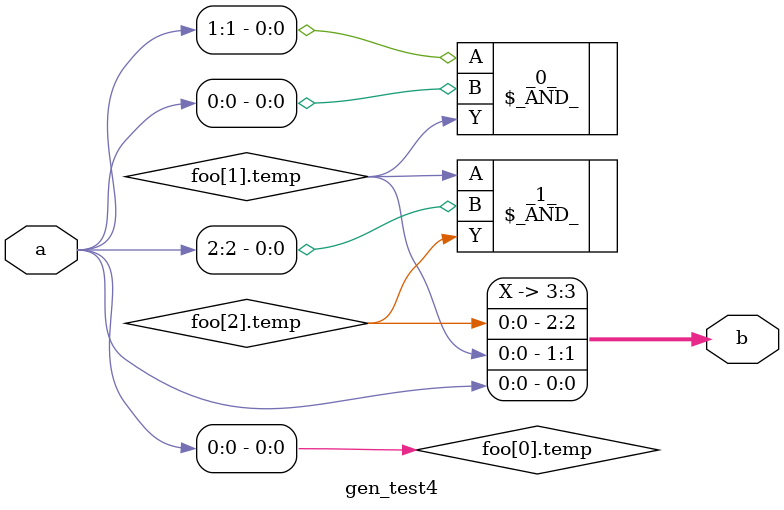
<source format=v>
/* Generated by Yosys 0.62+39 (git sha1 131911291-dirty, g++ 11.4.0-1ubuntu1~22.04.2 -Og -fPIC) */

(* src = "dut.sv:1.1-18.10" *)
(* top =  1  *)
module gen_test4(a, b);
  (* src = "dut.sv:1.18-1.19" *)
  input [3:0] a;
  wire [3:0] a;
  (* src = "dut.sv:1.21-1.22" *)
  output [3:0] b;
  wire [3:0] b;
  wire \foo[0].temp ;
  wire \foo[1].temp ;
  wire \foo[2].temp ;
  \$_AND_  _0_ (
    .A(a[1]),
    .B(a[0]),
    .Y(\foo[1].temp )
  );
  \$_AND_  _1_ (
    .A(\foo[1].temp ),
    .B(a[2]),
    .Y(\foo[2].temp )
  );
  assign \foo[0].temp  = a[0];
  assign b = { 1'hx, \foo[2].temp , \foo[1].temp , a[0] };
endmodule

</source>
